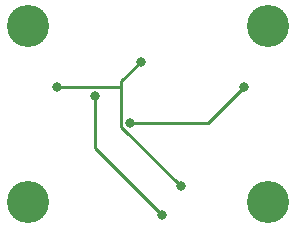
<source format=gbr>
%TF.GenerationSoftware,KiCad,Pcbnew,5.1.7-a382d34a8~87~ubuntu18.04.1*%
%TF.CreationDate,2021-11-08T07:30:38-08:00*%
%TF.ProjectId,i2c_led,6932635f-6c65-4642-9e6b-696361645f70,rev?*%
%TF.SameCoordinates,Original*%
%TF.FileFunction,Copper,L2,Bot*%
%TF.FilePolarity,Positive*%
%FSLAX46Y46*%
G04 Gerber Fmt 4.6, Leading zero omitted, Abs format (unit mm)*
G04 Created by KiCad (PCBNEW 5.1.7-a382d34a8~87~ubuntu18.04.1) date 2021-11-08 07:30:38*
%MOMM*%
%LPD*%
G01*
G04 APERTURE LIST*
%TA.AperFunction,ComponentPad*%
%ADD10C,3.570000*%
%TD*%
%TA.AperFunction,ViaPad*%
%ADD11C,0.800000*%
%TD*%
%TA.AperFunction,Conductor*%
%ADD12C,0.250000*%
%TD*%
G04 APERTURE END LIST*
D10*
%TO.P,M4,~*%
%TO.N,N/C*%
X52540000Y-67460000D03*
%TD*%
%TO.P,M3,~*%
%TO.N,N/C*%
X72860000Y-67460000D03*
%TD*%
%TO.P,M2,~*%
%TO.N,N/C*%
X72860000Y-52540000D03*
%TD*%
%TO.P,M1,~*%
%TO.N,N/C*%
X52540000Y-52540000D03*
%TD*%
D11*
%TO.N,GND*%
X55004700Y-57672500D03*
X62081100Y-55539000D03*
X65450000Y-66060700D03*
%TO.N,/SCL_VIN*%
X70775000Y-57672500D03*
X61160500Y-60703300D03*
%TO.N,/SDA_5V*%
X63868100Y-68510200D03*
X58210000Y-58424000D03*
%TD*%
D12*
%TO.N,GND*%
X60427400Y-57672500D02*
X60427400Y-57192700D01*
X60427400Y-57192700D02*
X62081100Y-55539000D01*
X65450000Y-66060700D02*
X60427400Y-61038100D01*
X60427400Y-61038100D02*
X60427400Y-57672500D01*
X60427400Y-57672500D02*
X55004700Y-57672500D01*
%TO.N,/SCL_VIN*%
X61160500Y-60703300D02*
X67744200Y-60703300D01*
X67744200Y-60703300D02*
X70775000Y-57672500D01*
%TO.N,/SDA_5V*%
X63868100Y-68510200D02*
X58210000Y-62852100D01*
X58210000Y-62852100D02*
X58210000Y-58424000D01*
%TD*%
M02*

</source>
